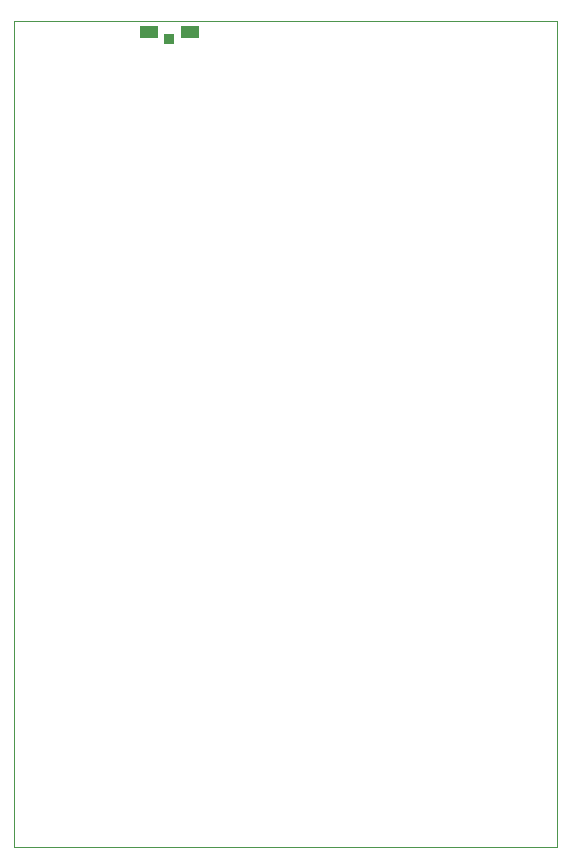
<source format=gbp>
G75*
%MOIN*%
%OFA0B0*%
%FSLAX25Y25*%
%IPPOS*%
%LPD*%
%AMOC8*
5,1,8,0,0,1.08239X$1,22.5*
%
%ADD10C,0.00000*%
%ADD11R,0.05906X0.04331*%
%ADD12R,0.03543X0.03543*%
D10*
X0002194Y0001500D02*
X0002194Y0277091D01*
X0183296Y0277091D01*
X0183296Y0001500D01*
X0002194Y0001500D01*
D11*
X0047179Y0273375D03*
X0060959Y0273375D03*
D12*
X0054069Y0270816D03*
M02*

</source>
